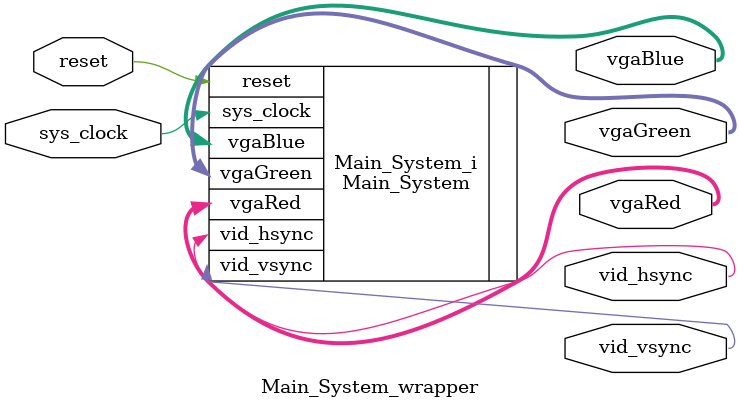
<source format=v>
`timescale 1 ps / 1 ps

module Main_System_wrapper
   (reset,
    sys_clock,
    vgaBlue,
    vgaGreen,
    vgaRed,
    vid_hsync,
    vid_vsync);
  input reset;
  input sys_clock;
  output [3:0]vgaBlue;
  output [3:0]vgaGreen;
  output [3:0]vgaRed;
  output vid_hsync;
  output vid_vsync;

  wire reset;
  wire sys_clock;
  wire [3:0]vgaBlue;
  wire [3:0]vgaGreen;
  wire [3:0]vgaRed;
  wire vid_hsync;
  wire vid_vsync;

  Main_System Main_System_i
       (.reset(reset),
        .sys_clock(sys_clock),
        .vgaBlue(vgaBlue),
        .vgaGreen(vgaGreen),
        .vgaRed(vgaRed),
        .vid_hsync(vid_hsync),
        .vid_vsync(vid_vsync));
endmodule

</source>
